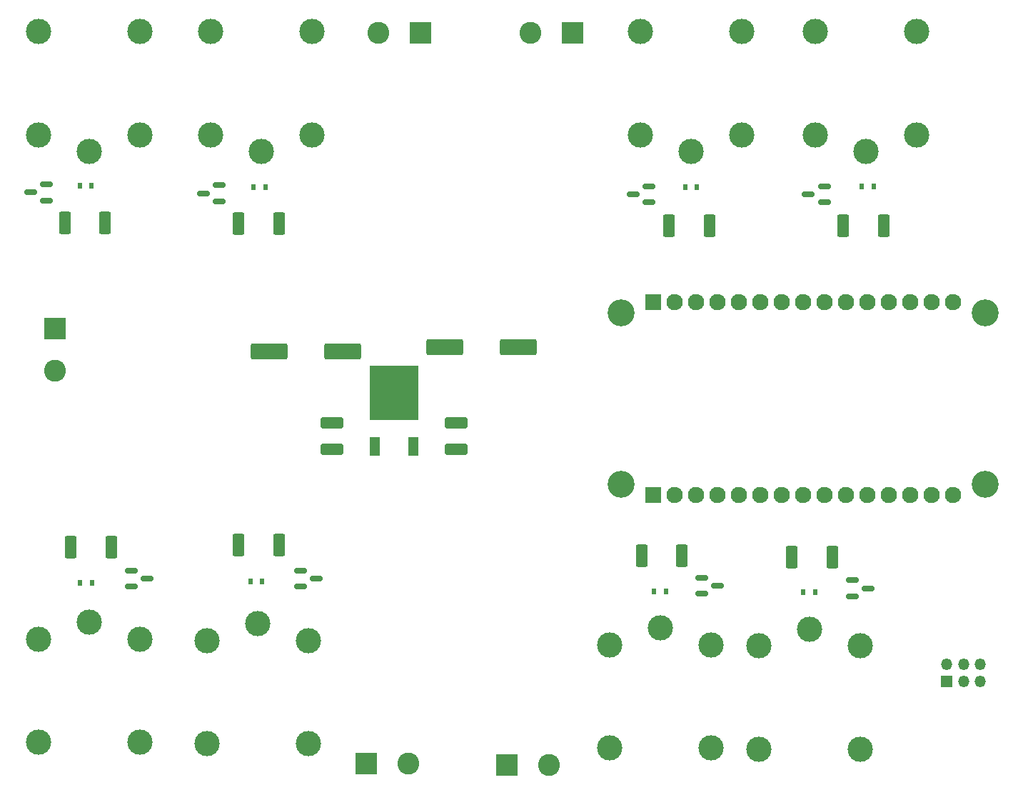
<source format=gbr>
%TF.GenerationSoftware,KiCad,Pcbnew,(6.0.7)*%
%TF.CreationDate,2023-07-14T15:56:38+03:30*%
%TF.ProjectId,Linak-controller,4c696e61-6b2d-4636-9f6e-74726f6c6c65,rev?*%
%TF.SameCoordinates,Original*%
%TF.FileFunction,Soldermask,Top*%
%TF.FilePolarity,Negative*%
%FSLAX46Y46*%
G04 Gerber Fmt 4.6, Leading zero omitted, Abs format (unit mm)*
G04 Created by KiCad (PCBNEW (6.0.7)) date 2023-07-14 15:56:38*
%MOMM*%
%LPD*%
G01*
G04 APERTURE LIST*
G04 Aperture macros list*
%AMRoundRect*
0 Rectangle with rounded corners*
0 $1 Rounding radius*
0 $2 $3 $4 $5 $6 $7 $8 $9 X,Y pos of 4 corners*
0 Add a 4 corners polygon primitive as box body*
4,1,4,$2,$3,$4,$5,$6,$7,$8,$9,$2,$3,0*
0 Add four circle primitives for the rounded corners*
1,1,$1+$1,$2,$3*
1,1,$1+$1,$4,$5*
1,1,$1+$1,$6,$7*
1,1,$1+$1,$8,$9*
0 Add four rect primitives between the rounded corners*
20,1,$1+$1,$2,$3,$4,$5,0*
20,1,$1+$1,$4,$5,$6,$7,0*
20,1,$1+$1,$6,$7,$8,$9,0*
20,1,$1+$1,$8,$9,$2,$3,0*%
G04 Aperture macros list end*
%ADD10R,0.600000X0.700000*%
%ADD11R,1.200000X2.200000*%
%ADD12R,5.800000X6.400000*%
%ADD13RoundRect,0.249999X-0.450001X-1.075001X0.450001X-1.075001X0.450001X1.075001X-0.450001X1.075001X0*%
%ADD14C,2.600000*%
%ADD15R,2.600000X2.600000*%
%ADD16RoundRect,0.249999X0.450001X1.075001X-0.450001X1.075001X-0.450001X-1.075001X0.450001X-1.075001X0*%
%ADD17RoundRect,0.250000X1.100000X-0.412500X1.100000X0.412500X-1.100000X0.412500X-1.100000X-0.412500X0*%
%ADD18RoundRect,0.150000X0.587500X0.150000X-0.587500X0.150000X-0.587500X-0.150000X0.587500X-0.150000X0*%
%ADD19RoundRect,0.150000X-0.587500X-0.150000X0.587500X-0.150000X0.587500X0.150000X-0.587500X0.150000X0*%
%ADD20RoundRect,0.250000X1.950000X0.700000X-1.950000X0.700000X-1.950000X-0.700000X1.950000X-0.700000X0*%
%ADD21C,3.000000*%
%ADD22C,3.200000*%
%ADD23R,1.930000X1.930000*%
%ADD24C,1.930000*%
%ADD25R,1.350000X1.350000*%
%ADD26O,1.350000X1.350000*%
%ADD27RoundRect,0.250000X-1.950000X-0.700000X1.950000X-0.700000X1.950000X0.700000X-1.950000X0.700000X0*%
G04 APERTURE END LIST*
D10*
%TO.C,D3*%
X106922000Y-50146000D03*
X108322000Y-50146000D03*
%TD*%
D11*
%TO.C,U1*%
X70109000Y-80825000D03*
D12*
X72389000Y-74525000D03*
D11*
X74669000Y-80825000D03*
%TD*%
D13*
%TO.C,R7*%
X58761000Y-92528000D03*
X53961000Y-92528000D03*
%TD*%
D14*
%TO.C,J1*%
X70572000Y-31826000D03*
D15*
X75572000Y-31826000D03*
%TD*%
D16*
%TO.C,R3*%
X105022000Y-54646000D03*
X109822000Y-54646000D03*
%TD*%
D17*
%TO.C,C3*%
X79789000Y-81187500D03*
X79789000Y-78062500D03*
%TD*%
D15*
%TO.C,J7*%
X32207000Y-66842000D03*
D14*
X32207000Y-71842000D03*
%TD*%
D18*
%TO.C,Q3*%
X100784500Y-50946000D03*
X102659500Y-49996000D03*
X102659500Y-51896000D03*
%TD*%
D19*
%TO.C,Q7*%
X63198500Y-96528000D03*
X61323500Y-97478000D03*
X61323500Y-95578000D03*
%TD*%
D18*
%TO.C,Q1*%
X29304500Y-50746000D03*
X31179500Y-49796000D03*
X31179500Y-51696000D03*
%TD*%
D20*
%TO.C,C4*%
X87154000Y-69040000D03*
X78454000Y-69040000D03*
%TD*%
D13*
%TO.C,R5*%
X124366000Y-93963000D03*
X119566000Y-93963000D03*
%TD*%
D21*
%TO.C,K6*%
X103966000Y-102363000D03*
X109966000Y-116563000D03*
X97966000Y-116563000D03*
X97966000Y-104363000D03*
X109966000Y-104363000D03*
%TD*%
D18*
%TO.C,Q4*%
X121559500Y-50946000D03*
X123434500Y-49996000D03*
X123434500Y-51896000D03*
%TD*%
D10*
%TO.C,D5*%
X122366000Y-98163000D03*
X120966000Y-98163000D03*
%TD*%
%TO.C,D2*%
X55742000Y-50146000D03*
X57142000Y-50146000D03*
%TD*%
D18*
%TO.C,Q2*%
X49804500Y-50846000D03*
X51679500Y-49896000D03*
X51679500Y-51796000D03*
%TD*%
D22*
%TO.C,A1*%
X99314000Y-85344000D03*
X142494000Y-65024000D03*
X99314000Y-65024000D03*
X142494000Y-85344000D03*
D23*
X103124000Y-86614000D03*
D24*
X105664000Y-86614000D03*
X108204000Y-86614000D03*
X110744000Y-86614000D03*
X113284000Y-86614000D03*
X115824000Y-86614000D03*
X118364000Y-86614000D03*
X120904000Y-86614000D03*
X123444000Y-86614000D03*
X125984000Y-86614000D03*
X128524000Y-86614000D03*
X131064000Y-86614000D03*
X133604000Y-86614000D03*
X136144000Y-86614000D03*
X138684000Y-86614000D03*
D23*
X103124000Y-63754000D03*
D24*
X105664000Y-63754000D03*
X108204000Y-63754000D03*
X110744000Y-63754000D03*
X113284000Y-63754000D03*
X115824000Y-63754000D03*
X118364000Y-63754000D03*
X120904000Y-63754000D03*
X123444000Y-63754000D03*
X125984000Y-63754000D03*
X128524000Y-63754000D03*
X131064000Y-63754000D03*
X133604000Y-63754000D03*
X136144000Y-63754000D03*
X138684000Y-63754000D03*
%TD*%
D10*
%TO.C,D1*%
X35142000Y-49946000D03*
X36542000Y-49946000D03*
%TD*%
D14*
%TO.C,J2*%
X88612000Y-31826000D03*
D15*
X93612000Y-31826000D03*
%TD*%
D19*
%TO.C,Q5*%
X128603500Y-97663000D03*
X126728500Y-98613000D03*
X126728500Y-96713000D03*
%TD*%
%TO.C,Q6*%
X110803500Y-97363000D03*
X108928500Y-98313000D03*
X108928500Y-96413000D03*
%TD*%
D21*
%TO.C,K3*%
X101622000Y-43896000D03*
X113622000Y-43896000D03*
X113622000Y-31696000D03*
X101622000Y-31696000D03*
X107622000Y-45896000D03*
%TD*%
D25*
%TO.C,J4*%
X137954000Y-108696000D03*
D26*
X137954000Y-106696000D03*
X139954000Y-108696000D03*
X139954000Y-106696000D03*
X141954000Y-108696000D03*
X141954000Y-106696000D03*
%TD*%
D13*
%TO.C,R4*%
X130497000Y-54646000D03*
X125697000Y-54646000D03*
%TD*%
%TO.C,R8*%
X38861000Y-92828000D03*
X34061000Y-92828000D03*
%TD*%
D14*
%TO.C,J6*%
X74128000Y-118415000D03*
D15*
X69128000Y-118415000D03*
%TD*%
D21*
%TO.C,K1*%
X30242000Y-43896000D03*
X42242000Y-43896000D03*
X42242000Y-31696000D03*
X30242000Y-31696000D03*
X36242000Y-45896000D03*
%TD*%
D10*
%TO.C,D8*%
X36561000Y-97028000D03*
X35161000Y-97028000D03*
%TD*%
D21*
%TO.C,K4*%
X122397000Y-43896000D03*
X134397000Y-43896000D03*
X134397000Y-31696000D03*
X122397000Y-31696000D03*
X128397000Y-45896000D03*
%TD*%
%TO.C,K8*%
X42261000Y-103678000D03*
X30261000Y-103678000D03*
X30261000Y-115878000D03*
X42261000Y-115878000D03*
X36261000Y-101678000D03*
%TD*%
D10*
%TO.C,D4*%
X127897000Y-50046000D03*
X129297000Y-50046000D03*
%TD*%
D16*
%TO.C,R1*%
X33342000Y-54346000D03*
X38142000Y-54346000D03*
%TD*%
%TO.C,R2*%
X53942000Y-54446000D03*
X58742000Y-54446000D03*
%TD*%
D17*
%TO.C,C2*%
X65089000Y-81187500D03*
X65089000Y-78062500D03*
%TD*%
D27*
%TO.C,C1*%
X57626000Y-69548000D03*
X66326000Y-69548000D03*
%TD*%
D21*
%TO.C,K2*%
X50642000Y-43896000D03*
X62642000Y-43896000D03*
X62642000Y-31696000D03*
X50642000Y-31696000D03*
X56642000Y-45896000D03*
%TD*%
D13*
%TO.C,R6*%
X106566000Y-93763000D03*
X101766000Y-93763000D03*
%TD*%
D14*
%TO.C,J5*%
X90776000Y-118623000D03*
D15*
X85776000Y-118623000D03*
%TD*%
D19*
%TO.C,Q8*%
X43098500Y-96528000D03*
X41223500Y-97478000D03*
X41223500Y-95578000D03*
%TD*%
D10*
%TO.C,D7*%
X56761000Y-96828000D03*
X55361000Y-96828000D03*
%TD*%
D21*
%TO.C,K7*%
X62261000Y-103878000D03*
X50261000Y-103878000D03*
X50261000Y-116078000D03*
X62261000Y-116078000D03*
X56261000Y-101878000D03*
%TD*%
D10*
%TO.C,D6*%
X104666000Y-98063000D03*
X103266000Y-98063000D03*
%TD*%
D21*
%TO.C,K5*%
X127666000Y-104513000D03*
X115666000Y-104513000D03*
X115666000Y-116713000D03*
X127666000Y-116713000D03*
X121666000Y-102513000D03*
%TD*%
M02*

</source>
